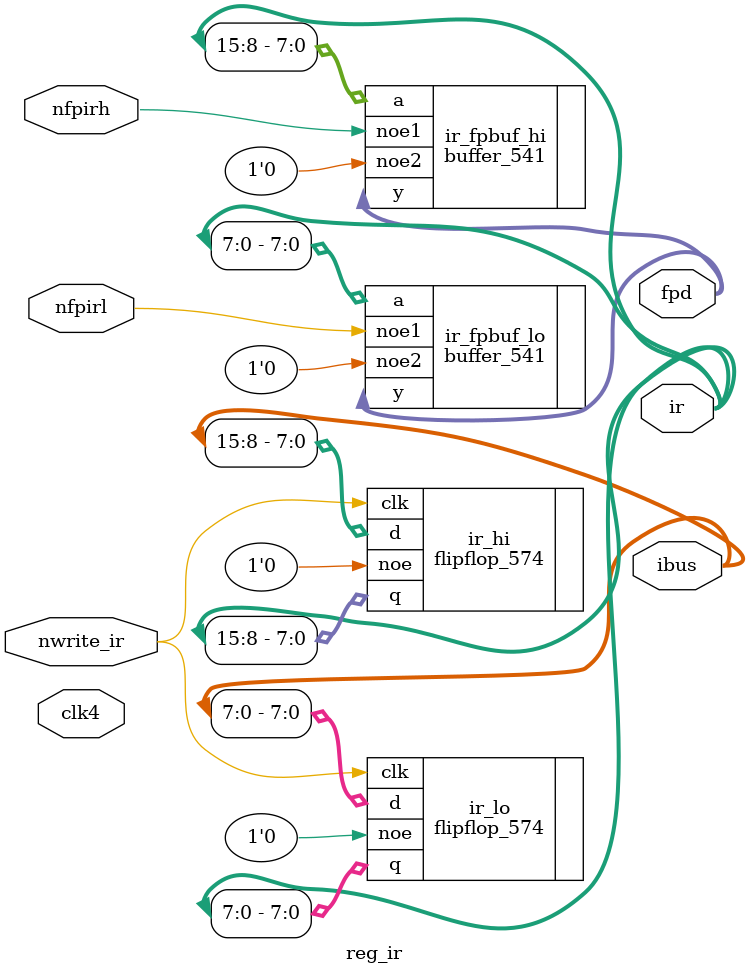
<source format=v>


`ifndef reg_ir_v
`define reg_ir_v

`include "flipflop.v"
`include "buffer.v"
`include "demux.v"

`timescale 1ns/1ps

// This models both the IR register and the front line buffers.
module reg_ir (clk4, nwrite_ir,
	       ibus, ir,
	       nfpirl, nfpirh, fpd);

   input 	 clk4;
   //input [4:0] waddr;
   input 	 nwrite_ir;

   output [15:0] ibus;
   output [15:0] ir;

   input 	 nfpirl;
   input 	 nfpirh;
   output [7:0]  fpd;
   
   wire [15:0] 	 ibus, ir;
   wire [7:0] 	 fpd;

   // WADDR is now decoded by the WADDR devoder in the flag unit, and
   // provided to us as nwrite_ir.

   // // Decode WADDR address 00010. The nwrite_ir output is only active during
   // // clk4, so its raising edge is at the end of the clock cycle, as is
   // // standard of all writable units.
   // wire [7:0] 	 y;
   // wire 	 nwrite_ir;
   // demux_138 waddr_dec (.g1(1'b1), .ng2a(waddr[3]), .ng2b(waddr[4]),
   // 			.a(waddr[2:0]), .y(y));
   // assign #6 nwrite_ir = y[2] | clk4;

   // The original CFT used latches for the IR—and it worked! We'll move to
   // flip-flops here. It should make no difference, but might protect us from
   // some glitches.
   flipflop_574 ir_lo (.d(ibus[7:0]),   .q(ir[7:0]),  .clk(nwrite_ir), .noe(1'b0));
   flipflop_574 ir_hi (.d(ibus[15:8]),  .q(ir[15:8]), .clk(nwrite_ir), .noe(1'b0));
   // latch_573 ir_lo (ibus[7:0],  ir[7:0],  nwrite_ir, nreset);
   // latch_573 ir_hi (ibus[15:8], ir[15:8], nwrite_ir, nreset);

   // The front panel buffers
   buffer_541 ir_fpbuf_lo (.a(ir[7:0]),  .y(fpd), .noe1(nfpirl), .noe2(1'b0));
   buffer_541 ir_fpbuf_hi (.a(ir[15:8]), .y(fpd), .noe1(nfpirh), .noe2(1'b0));

endmodule // reg_ir

`endif //  `ifndef reg_ir_v

// End of file

</source>
